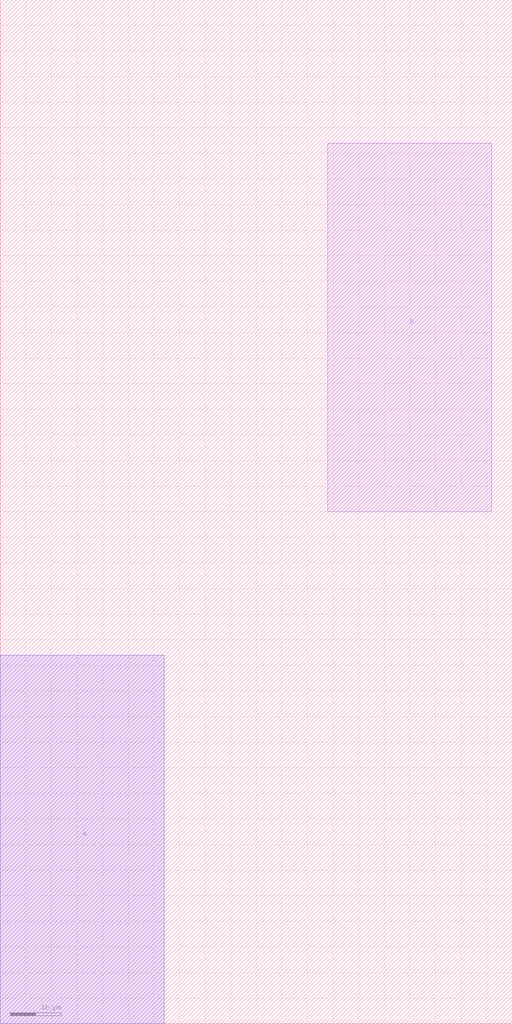
<source format=lef>
MACRO BLOCK_A
  UNITS 
    DATABASE MICRONS UNITS 1;
  END UNITS 
  ORIGIN 0 0 ;
  FOREIGN BLOCK_A 0 0 ;
  SIZE 100 BY 200 ;
  PIN A
    DIRECTION INOUT ;
    USE SIGNAL ;
    PORT
      LAYER M1 ;
        RECT 0 0 32 72 ;
    END
    PORT
      LAYER M3 ;
        RECT 0 0 32 72 ;
    END
  END A
  PIN B
    DIRECTION INOUT ;
    USE SIGNAL ;
    PORT
      LAYER M1 ;
        RECT 64 100 96 172 ;
    END
  END B
END BLOCK_A

</source>
